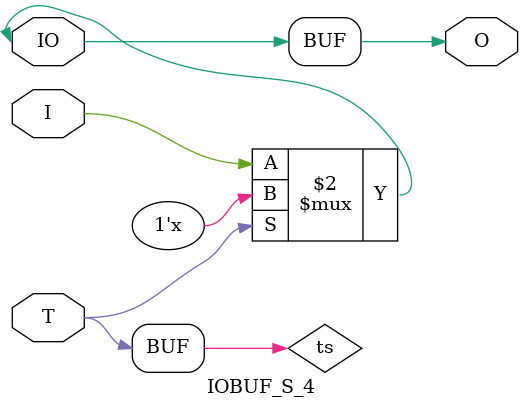
<source format=v>

/*

FUNCTION    : INPUT TRI-STATE OUTPUT BUFFER

*/

`celldefine
`timescale  100 ps / 10 ps

module IOBUF_S_4 (O, IO, I, T);

    output O;

    inout  IO;

    input  I, T;

    or O1 (ts, 1'b0, T);
    bufif0 T1 (IO, I, ts);

    buf B1 (O, IO);

endmodule

</source>
